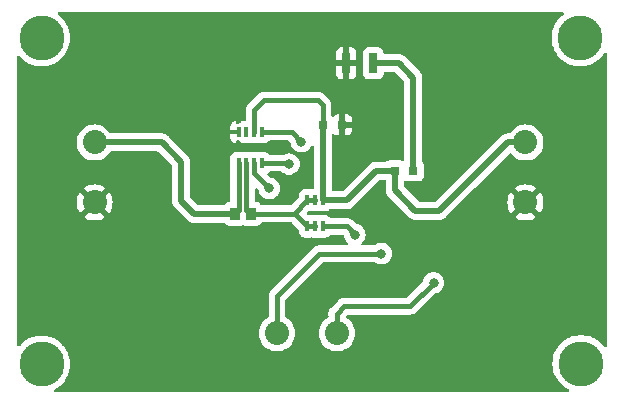
<source format=gbr>
%TF.GenerationSoftware,KiCad,Pcbnew,(6.0.10)*%
%TF.CreationDate,2023-02-03T17:51:54+05:30*%
%TF.ProjectId,protectionCkt,70726f74-6563-4746-996f-6e436b742e6b,rev?*%
%TF.SameCoordinates,Original*%
%TF.FileFunction,Copper,L1,Top*%
%TF.FilePolarity,Positive*%
%FSLAX46Y46*%
G04 Gerber Fmt 4.6, Leading zero omitted, Abs format (unit mm)*
G04 Created by KiCad (PCBNEW (6.0.10)) date 2023-02-03 17:51:54*
%MOMM*%
%LPD*%
G01*
G04 APERTURE LIST*
%TA.AperFunction,SMDPad,CuDef*%
%ADD10R,0.655600X0.800000*%
%TD*%
%TA.AperFunction,ComponentPad*%
%ADD11C,3.800000*%
%TD*%
%TA.AperFunction,ComponentPad*%
%ADD12C,2.032000*%
%TD*%
%TA.AperFunction,SMDPad,CuDef*%
%ADD13R,0.838200X1.016000*%
%TD*%
%TA.AperFunction,SMDPad,CuDef*%
%ADD14R,0.406400X0.876300*%
%TD*%
%TA.AperFunction,SMDPad,CuDef*%
%ADD15R,0.755599X0.799998*%
%TD*%
%TA.AperFunction,SMDPad,CuDef*%
%ADD16R,0.698500X1.701800*%
%TD*%
%TA.AperFunction,SMDPad,CuDef*%
%ADD17R,0.355600X0.876300*%
%TD*%
%TA.AperFunction,ViaPad*%
%ADD18C,0.800000*%
%TD*%
%TA.AperFunction,Conductor*%
%ADD19C,0.500000*%
%TD*%
%TA.AperFunction,Conductor*%
%ADD20C,0.400000*%
%TD*%
G04 APERTURE END LIST*
D10*
%TO.P,C1,1,1*%
%TO.N,GND*%
X139765800Y-83566000D03*
%TO.P,C1,2,2*%
%TO.N,Net-(C1-Pad2)*%
X138110200Y-83566000D03*
%TD*%
D11*
%TO.P,REF\u002A\u002A,1*%
%TO.N,N/C*%
X114300000Y-76200000D03*
%TD*%
D12*
%TO.P,U1,1,1*%
%TO.N,VCC*%
X118795800Y-85064600D03*
%TO.P,U1,2,2*%
%TO.N,GND*%
X118795800Y-90144600D03*
%TD*%
%TO.P,U2,1,1*%
%TO.N,Net-(U2-Pad1)*%
X134239000Y-101219000D03*
%TO.P,U2,2,2*%
%TO.N,Net-(U4-Pad1)*%
X139319000Y-101219000D03*
%TD*%
D13*
%TO.P,R1,1*%
%TO.N,VCC*%
X130670300Y-91109800D03*
%TO.P,R1,2*%
%TO.N,Net-(R1-Pad2)*%
X132016500Y-91109800D03*
%TD*%
D14*
%TO.P,U4,1,\u002AON*%
%TO.N,Net-(U4-Pad1)*%
X132953399Y-84181950D03*
%TO.P,U4,2,OUT*%
%TO.N,Net-(C1-Pad2)*%
X132303401Y-84181950D03*
%TO.P,U4,3,GATEP*%
%TO.N,unconnected-(U4-Pad3)*%
X131653399Y-84181950D03*
%TO.P,U4,4,GND*%
%TO.N,GND*%
X131003401Y-84181950D03*
%TO.P,U4,5,IN*%
%TO.N,VCC*%
X131003401Y-86810850D03*
%TO.P,U4,6,SENSE*%
%TO.N,Net-(R1-Pad2)*%
X131653399Y-86810850D03*
%TO.P,U4,7,GATE*%
%TO.N,Net-(U3-Pad3)*%
X132303401Y-86810850D03*
%TO.P,U4,8,\u002APWRGD*%
%TO.N,Net-(U2-Pad1)*%
X132953399Y-86810850D03*
%TD*%
D11*
%TO.P,REF\u002A\u002A,1*%
%TO.N,N/C*%
X159969200Y-103784400D03*
%TD*%
D15*
%TO.P,R2,1,1*%
%TO.N,Net-(C1-Pad2)*%
X144221200Y-87452200D03*
%TO.P,R2,2,2*%
%TO.N,Net-(LED1-Pad2)*%
X145776798Y-87452200D03*
%TD*%
D16*
%TO.P,LED1,1,1*%
%TO.N,GND*%
X140100050Y-78359000D03*
%TO.P,LED1,2,2*%
%TO.N,Net-(LED1-Pad2)*%
X142398750Y-78359000D03*
%TD*%
D12*
%TO.P,U5,1,1*%
%TO.N,Net-(C1-Pad2)*%
X155270200Y-85064600D03*
%TO.P,U5,2,2*%
%TO.N,GND*%
X155270200Y-90144600D03*
%TD*%
D11*
%TO.P,REF\u002A\u002A,1*%
%TO.N,N/C*%
X114300000Y-103835200D03*
%TD*%
%TO.P,REF\u002A\u002A,1*%
%TO.N,N/C*%
X159893000Y-76200000D03*
%TD*%
D17*
%TO.P,U3,1,D*%
%TO.N,Net-(R1-Pad2)*%
X136814801Y-92170250D03*
%TO.P,U3,2,D*%
X137464800Y-92170250D03*
%TO.P,U3,3,G*%
%TO.N,Net-(U3-Pad3)*%
X138114799Y-92170250D03*
%TO.P,U3,4,S*%
%TO.N,Net-(C1-Pad2)*%
X138114799Y-89947750D03*
%TO.P,U3,5,D*%
%TO.N,Net-(R1-Pad2)*%
X137464800Y-89947750D03*
%TO.P,U3,6,D*%
X136814801Y-89947750D03*
%TD*%
D18*
%TO.N,Net-(U2-Pad1)*%
X143078200Y-94488000D03*
X135255000Y-86893400D03*
%TO.N,Net-(U4-Pad1)*%
X147497800Y-96951800D03*
X136296400Y-84988400D03*
%TO.N,Net-(U3-Pad3)*%
X133578600Y-88950800D03*
X140817600Y-92862400D03*
%TD*%
D19*
%TO.N,Net-(C1-Pad2)*%
X147980400Y-90855800D02*
X153771600Y-85064600D01*
X138114799Y-83570599D02*
X138110200Y-83566000D01*
X144221200Y-87452200D02*
X144221200Y-89128600D01*
X145948400Y-90855800D02*
X147980400Y-90855800D01*
D20*
X133146800Y-81483200D02*
X137668000Y-81483200D01*
X138110200Y-81925400D02*
X138110200Y-83566000D01*
X132303401Y-82326599D02*
X133146800Y-81483200D01*
D19*
X153771600Y-85064600D02*
X155270200Y-85064600D01*
X138114799Y-89947750D02*
X138114799Y-83570599D01*
X142646400Y-87452200D02*
X140150850Y-89947750D01*
X140150850Y-89947750D02*
X138114799Y-89947750D01*
X144221200Y-89128600D02*
X145948400Y-90855800D01*
D20*
X132303401Y-84181950D02*
X132303401Y-82326599D01*
X137668000Y-81483200D02*
X138110200Y-81925400D01*
D19*
X144221200Y-87452200D02*
X142646400Y-87452200D01*
%TO.N,Net-(LED1-Pad2)*%
X145776798Y-79584398D02*
X145776798Y-87452200D01*
X144551400Y-78359000D02*
X145776798Y-79584398D01*
X142398750Y-78359000D02*
X144551400Y-78359000D01*
%TO.N,VCC*%
X126111000Y-86690200D02*
X126111000Y-90017600D01*
X127203200Y-91109800D02*
X130670300Y-91109800D01*
X118795800Y-85064600D02*
X124485400Y-85064600D01*
X124485400Y-85064600D02*
X126111000Y-86690200D01*
D20*
X131003401Y-90776699D02*
X130670300Y-91109800D01*
D19*
X126111000Y-90017600D02*
X127203200Y-91109800D01*
D20*
X131003401Y-86810850D02*
X131003401Y-90776699D01*
%TO.N,Net-(R1-Pad2)*%
X131653399Y-90746699D02*
X132016500Y-91109800D01*
X137464800Y-89947750D02*
X136814801Y-89947750D01*
X135652751Y-91109800D02*
X135754351Y-91109800D01*
X135754351Y-91109800D02*
X136814801Y-92170250D01*
X136814801Y-92170250D02*
X137464800Y-92170250D01*
X135652751Y-91109800D02*
X136814801Y-89947750D01*
X131653399Y-86810850D02*
X131653399Y-90746699D01*
X132016500Y-91109800D02*
X135652751Y-91109800D01*
%TO.N,Net-(U2-Pad1)*%
X134239000Y-98069400D02*
X134239000Y-101219000D01*
X143078200Y-94488000D02*
X137820400Y-94488000D01*
X132953399Y-86810850D02*
X135172450Y-86810850D01*
X135172450Y-86810850D02*
X135255000Y-86893400D01*
X137820400Y-94488000D02*
X134239000Y-98069400D01*
%TO.N,Net-(U4-Pad1)*%
X135489950Y-84181950D02*
X136296400Y-84988400D01*
X139319000Y-99593400D02*
X139319000Y-101219000D01*
X147497800Y-96951800D02*
X145516600Y-98933000D01*
X132953399Y-84181950D02*
X135489950Y-84181950D01*
X145516600Y-98933000D02*
X139928600Y-98933000D01*
X139928600Y-98933000D02*
X139293600Y-99568000D01*
X139293600Y-99568000D02*
X139319000Y-99593400D01*
%TO.N,Net-(U3-Pad3)*%
X138114799Y-92170250D02*
X140125450Y-92170250D01*
X140125450Y-92170250D02*
X140817600Y-92862400D01*
X132303401Y-87675601D02*
X132303401Y-86810850D01*
X133578600Y-88950800D02*
X132303401Y-87675601D01*
%TD*%
%TA.AperFunction,Conductor*%
%TO.N,GND*%
G36*
X158481629Y-74036102D02*
G01*
X158528122Y-74089758D01*
X158538226Y-74160032D01*
X158508732Y-74224612D01*
X158487569Y-74244036D01*
X158354729Y-74340550D01*
X158133808Y-74548008D01*
X157940630Y-74781520D01*
X157778242Y-75037402D01*
X157649206Y-75311619D01*
X157555555Y-75599846D01*
X157498767Y-75897538D01*
X157479738Y-76200000D01*
X157498767Y-76502462D01*
X157555555Y-76800154D01*
X157649206Y-77088381D01*
X157650893Y-77091967D01*
X157650895Y-77091971D01*
X157703864Y-77204536D01*
X157778242Y-77362598D01*
X157780366Y-77365944D01*
X157780366Y-77365945D01*
X157828628Y-77441994D01*
X157940630Y-77618480D01*
X157943149Y-77621525D01*
X157943152Y-77621529D01*
X157958472Y-77640047D01*
X158133808Y-77851992D01*
X158354729Y-78059450D01*
X158599910Y-78237584D01*
X158865483Y-78383585D01*
X158869152Y-78385038D01*
X158869157Y-78385040D01*
X159143591Y-78493696D01*
X159147261Y-78495149D01*
X159440800Y-78570516D01*
X159741470Y-78608500D01*
X160044530Y-78608500D01*
X160345200Y-78570516D01*
X160638739Y-78495149D01*
X160642409Y-78493696D01*
X160916843Y-78385040D01*
X160916848Y-78385038D01*
X160920517Y-78383585D01*
X161186090Y-78237584D01*
X161431271Y-78059450D01*
X161652192Y-77851992D01*
X161827528Y-77640047D01*
X161842848Y-77621529D01*
X161842851Y-77621525D01*
X161845370Y-77618480D01*
X161900835Y-77531082D01*
X161920715Y-77499756D01*
X161974104Y-77452957D01*
X162044319Y-77442452D01*
X162109067Y-77471576D01*
X162147791Y-77531082D01*
X162153100Y-77567270D01*
X162153100Y-102297229D01*
X162133098Y-102365350D01*
X162079442Y-102411843D01*
X162009168Y-102421947D01*
X161944588Y-102392453D01*
X161925162Y-102371288D01*
X161923692Y-102369264D01*
X161921570Y-102365920D01*
X161728392Y-102132408D01*
X161507471Y-101924950D01*
X161497179Y-101917472D01*
X161332210Y-101797616D01*
X161262290Y-101746816D01*
X161089122Y-101651615D01*
X161000186Y-101602722D01*
X161000185Y-101602721D01*
X160996717Y-101600815D01*
X160993048Y-101599362D01*
X160993043Y-101599360D01*
X160718609Y-101490704D01*
X160718608Y-101490704D01*
X160714939Y-101489251D01*
X160421400Y-101413884D01*
X160120730Y-101375900D01*
X159817670Y-101375900D01*
X159517000Y-101413884D01*
X159223461Y-101489251D01*
X159219792Y-101490704D01*
X159219791Y-101490704D01*
X158945357Y-101599360D01*
X158945352Y-101599362D01*
X158941683Y-101600815D01*
X158938215Y-101602721D01*
X158938214Y-101602722D01*
X158849279Y-101651615D01*
X158676110Y-101746816D01*
X158606190Y-101797616D01*
X158441222Y-101917472D01*
X158430929Y-101924950D01*
X158210008Y-102132408D01*
X158016830Y-102365920D01*
X157854442Y-102621802D01*
X157725406Y-102896019D01*
X157631755Y-103184246D01*
X157574967Y-103481938D01*
X157555938Y-103784400D01*
X157574967Y-104086862D01*
X157631755Y-104384554D01*
X157725406Y-104672781D01*
X157727093Y-104676367D01*
X157727095Y-104676371D01*
X157751000Y-104727171D01*
X157854442Y-104946998D01*
X158016830Y-105202880D01*
X158210008Y-105436392D01*
X158430929Y-105643850D01*
X158676110Y-105821984D01*
X158679579Y-105823891D01*
X158679582Y-105823893D01*
X158928042Y-105960486D01*
X158978101Y-106010831D01*
X158992994Y-106080248D01*
X158967993Y-106146697D01*
X158911036Y-106189081D01*
X158867341Y-106196900D01*
X115494263Y-106196900D01*
X115426142Y-106176898D01*
X115379649Y-106123242D01*
X115369545Y-106052968D01*
X115399039Y-105988388D01*
X115433562Y-105960486D01*
X115589618Y-105874693D01*
X115589621Y-105874691D01*
X115593090Y-105872784D01*
X115838271Y-105694650D01*
X116059192Y-105487192D01*
X116193930Y-105324321D01*
X116249848Y-105256729D01*
X116249851Y-105256725D01*
X116252370Y-105253680D01*
X116414758Y-104997798D01*
X116543794Y-104723581D01*
X116637445Y-104435354D01*
X116694233Y-104137662D01*
X116713262Y-103835200D01*
X116694233Y-103532738D01*
X116637445Y-103235046D01*
X116543794Y-102946819D01*
X116519890Y-102896019D01*
X116450338Y-102748214D01*
X116414758Y-102672602D01*
X116252370Y-102416720D01*
X116248336Y-102411843D01*
X116153518Y-102297229D01*
X116059192Y-102183208D01*
X115838271Y-101975750D01*
X115593090Y-101797616D01*
X115497214Y-101744907D01*
X115330986Y-101653522D01*
X115330985Y-101653521D01*
X115327517Y-101651615D01*
X115323848Y-101650162D01*
X115323843Y-101650160D01*
X115049409Y-101541504D01*
X115049408Y-101541504D01*
X115045739Y-101540051D01*
X114752200Y-101464684D01*
X114451530Y-101426700D01*
X114148470Y-101426700D01*
X113847800Y-101464684D01*
X113554261Y-101540051D01*
X113550592Y-101541504D01*
X113550591Y-101541504D01*
X113276157Y-101650160D01*
X113276152Y-101650162D01*
X113272483Y-101651615D01*
X113269015Y-101653521D01*
X113269014Y-101653522D01*
X113102787Y-101744907D01*
X113006910Y-101797616D01*
X112761729Y-101975750D01*
X112540808Y-102183208D01*
X112538284Y-102186259D01*
X112466185Y-102273412D01*
X112407351Y-102313151D01*
X112336373Y-102314773D01*
X112275786Y-102277764D01*
X112244825Y-102213873D01*
X112243100Y-102193097D01*
X112243100Y-91388906D01*
X117916324Y-91388906D01*
X117922051Y-91396556D01*
X118097559Y-91504107D01*
X118106353Y-91508588D01*
X118318829Y-91596598D01*
X118328214Y-91599647D01*
X118551844Y-91653337D01*
X118561591Y-91654880D01*
X118790870Y-91672925D01*
X118800730Y-91672925D01*
X119030009Y-91654880D01*
X119039756Y-91653337D01*
X119263386Y-91599647D01*
X119272771Y-91596598D01*
X119485247Y-91508588D01*
X119494041Y-91504107D01*
X119665883Y-91398803D01*
X119675343Y-91388347D01*
X119671559Y-91379569D01*
X118808612Y-90516622D01*
X118794668Y-90509008D01*
X118792835Y-90509139D01*
X118786220Y-90513390D01*
X117923084Y-91376526D01*
X117916324Y-91388906D01*
X112243100Y-91388906D01*
X112243100Y-90149530D01*
X117267475Y-90149530D01*
X117285520Y-90378809D01*
X117287063Y-90388556D01*
X117340753Y-90612186D01*
X117343802Y-90621571D01*
X117431812Y-90834047D01*
X117436293Y-90842841D01*
X117541597Y-91014683D01*
X117552053Y-91024143D01*
X117560831Y-91020359D01*
X118423778Y-90157412D01*
X118430156Y-90145732D01*
X119160208Y-90145732D01*
X119160339Y-90147565D01*
X119164590Y-90154180D01*
X120027726Y-91017316D01*
X120040106Y-91024076D01*
X120047756Y-91018349D01*
X120155307Y-90842841D01*
X120159788Y-90834047D01*
X120247798Y-90621571D01*
X120250847Y-90612186D01*
X120304537Y-90388556D01*
X120306080Y-90378809D01*
X120324125Y-90149530D01*
X120324125Y-90139670D01*
X120306080Y-89910391D01*
X120304537Y-89900644D01*
X120250847Y-89677014D01*
X120247798Y-89667629D01*
X120159788Y-89455153D01*
X120155307Y-89446359D01*
X120050003Y-89274517D01*
X120039547Y-89265057D01*
X120030769Y-89268841D01*
X119167822Y-90131788D01*
X119160208Y-90145732D01*
X118430156Y-90145732D01*
X118431392Y-90143468D01*
X118431261Y-90141635D01*
X118427010Y-90135020D01*
X117563874Y-89271884D01*
X117551494Y-89265124D01*
X117543844Y-89270851D01*
X117436293Y-89446359D01*
X117431812Y-89455153D01*
X117343802Y-89667629D01*
X117340753Y-89677014D01*
X117287063Y-89900644D01*
X117285520Y-89910391D01*
X117267475Y-90139670D01*
X117267475Y-90149530D01*
X112243100Y-90149530D01*
X112243100Y-88900853D01*
X117916257Y-88900853D01*
X117920041Y-88909631D01*
X118782988Y-89772578D01*
X118796932Y-89780192D01*
X118798765Y-89780061D01*
X118805380Y-89775810D01*
X119668516Y-88912674D01*
X119675276Y-88900294D01*
X119669549Y-88892644D01*
X119494041Y-88785093D01*
X119485247Y-88780612D01*
X119272771Y-88692602D01*
X119263386Y-88689553D01*
X119039756Y-88635863D01*
X119030009Y-88634320D01*
X118800730Y-88616275D01*
X118790870Y-88616275D01*
X118561591Y-88634320D01*
X118551844Y-88635863D01*
X118328214Y-88689553D01*
X118318829Y-88692602D01*
X118106353Y-88780612D01*
X118097559Y-88785093D01*
X117925717Y-88890397D01*
X117916257Y-88900853D01*
X112243100Y-88900853D01*
X112243100Y-85064600D01*
X117266586Y-85064600D01*
X117285413Y-85303822D01*
X117286567Y-85308629D01*
X117286568Y-85308635D01*
X117308174Y-85398627D01*
X117341431Y-85537153D01*
X117343324Y-85541724D01*
X117343325Y-85541726D01*
X117396934Y-85671149D01*
X117433260Y-85758849D01*
X117558640Y-85963449D01*
X117561857Y-85967216D01*
X117561858Y-85967217D01*
X117667968Y-86091457D01*
X117714482Y-86145918D01*
X117718244Y-86149131D01*
X117875595Y-86283520D01*
X117896951Y-86301760D01*
X118101551Y-86427140D01*
X118106121Y-86429033D01*
X118106123Y-86429034D01*
X118316371Y-86516121D01*
X118323247Y-86518969D01*
X118404837Y-86538557D01*
X118551765Y-86573832D01*
X118551771Y-86573833D01*
X118556578Y-86574987D01*
X118795800Y-86593814D01*
X119035022Y-86574987D01*
X119039829Y-86573833D01*
X119039835Y-86573832D01*
X119186763Y-86538557D01*
X119268353Y-86518969D01*
X119275229Y-86516121D01*
X119485477Y-86429034D01*
X119485479Y-86429033D01*
X119490049Y-86427140D01*
X119694649Y-86301760D01*
X119716006Y-86283520D01*
X119873356Y-86149131D01*
X119877118Y-86145918D01*
X119923632Y-86091457D01*
X120029742Y-85967217D01*
X120029743Y-85967216D01*
X120032960Y-85963449D01*
X120082099Y-85883262D01*
X120134744Y-85835634D01*
X120189529Y-85823100D01*
X124119029Y-85823100D01*
X124187150Y-85843102D01*
X124208124Y-85860005D01*
X125315595Y-86967476D01*
X125349621Y-87029788D01*
X125352500Y-87056571D01*
X125352500Y-89950530D01*
X125351067Y-89969480D01*
X125347801Y-89990949D01*
X125348394Y-89998241D01*
X125348394Y-89998244D01*
X125352085Y-90043618D01*
X125352500Y-90053833D01*
X125352500Y-90061893D01*
X125352925Y-90065537D01*
X125355789Y-90090107D01*
X125356222Y-90094482D01*
X125361341Y-90157412D01*
X125362140Y-90167237D01*
X125364396Y-90174201D01*
X125365587Y-90180160D01*
X125366971Y-90186015D01*
X125367818Y-90193281D01*
X125392735Y-90261927D01*
X125394152Y-90266055D01*
X125416649Y-90335499D01*
X125420445Y-90341754D01*
X125422951Y-90347228D01*
X125425670Y-90352658D01*
X125428167Y-90359537D01*
X125432180Y-90365657D01*
X125432180Y-90365658D01*
X125468186Y-90420576D01*
X125470523Y-90424280D01*
X125508405Y-90486707D01*
X125512121Y-90490915D01*
X125512122Y-90490916D01*
X125515803Y-90495084D01*
X125515776Y-90495108D01*
X125518429Y-90498100D01*
X125521132Y-90501333D01*
X125525144Y-90507452D01*
X125530456Y-90512484D01*
X125581383Y-90560728D01*
X125583825Y-90563106D01*
X126619430Y-91598711D01*
X126631816Y-91613123D01*
X126640349Y-91624718D01*
X126640354Y-91624723D01*
X126644692Y-91630618D01*
X126650270Y-91635357D01*
X126650273Y-91635360D01*
X126684968Y-91664835D01*
X126692484Y-91671765D01*
X126698179Y-91677460D01*
X126701061Y-91679740D01*
X126720451Y-91695081D01*
X126723855Y-91697872D01*
X126773903Y-91740391D01*
X126779485Y-91745133D01*
X126786001Y-91748461D01*
X126791050Y-91751828D01*
X126796179Y-91754995D01*
X126801916Y-91759534D01*
X126868075Y-91790455D01*
X126871969Y-91792358D01*
X126937008Y-91825569D01*
X126944116Y-91827308D01*
X126949759Y-91829407D01*
X126955522Y-91831324D01*
X126962150Y-91834422D01*
X126969312Y-91835912D01*
X126969313Y-91835912D01*
X127033612Y-91849286D01*
X127037896Y-91850256D01*
X127108810Y-91867608D01*
X127114412Y-91867956D01*
X127114415Y-91867956D01*
X127119964Y-91868300D01*
X127119962Y-91868336D01*
X127123955Y-91868575D01*
X127128147Y-91868949D01*
X127135315Y-91870440D01*
X127212720Y-91868346D01*
X127216128Y-91868300D01*
X129740402Y-91868300D01*
X129808523Y-91888302D01*
X129841228Y-91918735D01*
X129887939Y-91981061D01*
X130004495Y-92068415D01*
X130140884Y-92119545D01*
X130203066Y-92126300D01*
X131137534Y-92126300D01*
X131199716Y-92119545D01*
X131299171Y-92082261D01*
X131369977Y-92077078D01*
X131387626Y-92082260D01*
X131487084Y-92119545D01*
X131549266Y-92126300D01*
X132483734Y-92126300D01*
X132545916Y-92119545D01*
X132682305Y-92068415D01*
X132798861Y-91981061D01*
X132881767Y-91870440D01*
X132883045Y-91868735D01*
X132939904Y-91826220D01*
X132983871Y-91818300D01*
X135408691Y-91818300D01*
X135476812Y-91838302D01*
X135497786Y-91855205D01*
X136091596Y-92449015D01*
X136125622Y-92511327D01*
X136128501Y-92538110D01*
X136128501Y-92656534D01*
X136135256Y-92718716D01*
X136186386Y-92855105D01*
X136273740Y-92971661D01*
X136390296Y-93059015D01*
X136526685Y-93110145D01*
X136588867Y-93116900D01*
X137040735Y-93116900D01*
X137102917Y-93110145D01*
X137110315Y-93107371D01*
X137110654Y-93107291D01*
X137168945Y-93107291D01*
X137169290Y-93107373D01*
X137176684Y-93110145D01*
X137238866Y-93116900D01*
X137690734Y-93116900D01*
X137752916Y-93110145D01*
X137760314Y-93107371D01*
X137760653Y-93107291D01*
X137818944Y-93107291D01*
X137819289Y-93107373D01*
X137826683Y-93110145D01*
X137888865Y-93116900D01*
X138340733Y-93116900D01*
X138402915Y-93110145D01*
X138539304Y-93059015D01*
X138655860Y-92971661D01*
X138687694Y-92929185D01*
X138744553Y-92886670D01*
X138788520Y-92878750D01*
X139779790Y-92878750D01*
X139847911Y-92898752D01*
X139868885Y-92915655D01*
X139882935Y-92929705D01*
X139916961Y-92992017D01*
X139919150Y-93005628D01*
X139924058Y-93052328D01*
X139983073Y-93233956D01*
X140078560Y-93399344D01*
X140206347Y-93541266D01*
X140211689Y-93545147D01*
X140211691Y-93545149D01*
X140220521Y-93551564D01*
X140263875Y-93607786D01*
X140269950Y-93678522D01*
X140236819Y-93741314D01*
X140174999Y-93776225D01*
X140146460Y-93779500D01*
X137849311Y-93779500D01*
X137840742Y-93779208D01*
X137790623Y-93775791D01*
X137790619Y-93775791D01*
X137783047Y-93775275D01*
X137720085Y-93786264D01*
X137713595Y-93787221D01*
X137650158Y-93794898D01*
X137643049Y-93797584D01*
X137640478Y-93798216D01*
X137624172Y-93802676D01*
X137621604Y-93803451D01*
X137614116Y-93804758D01*
X137579122Y-93820119D01*
X137555612Y-93830439D01*
X137549505Y-93832931D01*
X137496852Y-93852827D01*
X137489744Y-93855513D01*
X137483483Y-93859816D01*
X137481117Y-93861053D01*
X137466337Y-93869280D01*
X137464052Y-93870631D01*
X137457095Y-93873685D01*
X137451075Y-93878305D01*
X137451069Y-93878308D01*
X137419942Y-93902194D01*
X137406398Y-93912587D01*
X137401068Y-93916459D01*
X137354680Y-93948339D01*
X137354675Y-93948344D01*
X137348419Y-93952643D01*
X137343368Y-93958313D01*
X137343366Y-93958314D01*
X137306965Y-93999170D01*
X137301984Y-94004446D01*
X133758480Y-97547950D01*
X133752215Y-97553804D01*
X133708615Y-97591839D01*
X133681327Y-97630666D01*
X133671872Y-97644119D01*
X133667939Y-97649414D01*
X133628524Y-97699682D01*
X133625401Y-97706598D01*
X133624017Y-97708884D01*
X133615643Y-97723565D01*
X133614378Y-97725925D01*
X133610010Y-97732139D01*
X133607250Y-97739218D01*
X133607249Y-97739220D01*
X133586798Y-97791675D01*
X133584247Y-97797744D01*
X133557955Y-97855973D01*
X133556571Y-97863440D01*
X133555770Y-97865995D01*
X133551141Y-97882248D01*
X133550478Y-97884828D01*
X133547718Y-97891909D01*
X133546727Y-97899440D01*
X133546726Y-97899442D01*
X133539379Y-97955252D01*
X133538348Y-97961759D01*
X133526704Y-98024586D01*
X133527141Y-98032166D01*
X133527141Y-98032167D01*
X133530291Y-98086792D01*
X133530500Y-98094046D01*
X133530500Y-99794630D01*
X133510498Y-99862751D01*
X133470336Y-99902062D01*
X133340151Y-99981840D01*
X133157682Y-100137682D01*
X133001840Y-100320151D01*
X132876460Y-100524751D01*
X132784631Y-100746447D01*
X132783476Y-100751259D01*
X132729768Y-100974965D01*
X132729767Y-100974971D01*
X132728613Y-100979778D01*
X132709786Y-101219000D01*
X132728613Y-101458222D01*
X132729767Y-101463029D01*
X132729768Y-101463035D01*
X132736062Y-101489251D01*
X132784631Y-101691553D01*
X132786524Y-101696124D01*
X132786525Y-101696126D01*
X132807522Y-101746816D01*
X132876460Y-101913249D01*
X133001840Y-102117849D01*
X133157682Y-102300318D01*
X133161444Y-102303531D01*
X133230915Y-102362864D01*
X133340151Y-102456160D01*
X133544751Y-102581540D01*
X133549321Y-102583433D01*
X133549323Y-102583434D01*
X133761874Y-102671475D01*
X133766447Y-102673369D01*
X133848037Y-102692957D01*
X133994965Y-102728232D01*
X133994971Y-102728233D01*
X133999778Y-102729387D01*
X134239000Y-102748214D01*
X134478222Y-102729387D01*
X134483029Y-102728233D01*
X134483035Y-102728232D01*
X134629963Y-102692957D01*
X134711553Y-102673369D01*
X134716126Y-102671475D01*
X134928677Y-102583434D01*
X134928679Y-102583433D01*
X134933249Y-102581540D01*
X135137849Y-102456160D01*
X135247086Y-102362864D01*
X135316556Y-102303531D01*
X135320318Y-102300318D01*
X135476160Y-102117849D01*
X135601540Y-101913249D01*
X135670479Y-101746816D01*
X135691475Y-101696126D01*
X135691476Y-101696124D01*
X135693369Y-101691553D01*
X135741938Y-101489251D01*
X135748232Y-101463035D01*
X135748233Y-101463029D01*
X135749387Y-101458222D01*
X135768214Y-101219000D01*
X137789786Y-101219000D01*
X137808613Y-101458222D01*
X137809767Y-101463029D01*
X137809768Y-101463035D01*
X137816062Y-101489251D01*
X137864631Y-101691553D01*
X137866524Y-101696124D01*
X137866525Y-101696126D01*
X137887522Y-101746816D01*
X137956460Y-101913249D01*
X138081840Y-102117849D01*
X138237682Y-102300318D01*
X138241444Y-102303531D01*
X138310915Y-102362864D01*
X138420151Y-102456160D01*
X138624751Y-102581540D01*
X138629321Y-102583433D01*
X138629323Y-102583434D01*
X138841874Y-102671475D01*
X138846447Y-102673369D01*
X138928037Y-102692957D01*
X139074965Y-102728232D01*
X139074971Y-102728233D01*
X139079778Y-102729387D01*
X139319000Y-102748214D01*
X139558222Y-102729387D01*
X139563029Y-102728233D01*
X139563035Y-102728232D01*
X139709963Y-102692957D01*
X139791553Y-102673369D01*
X139796126Y-102671475D01*
X140008677Y-102583434D01*
X140008679Y-102583433D01*
X140013249Y-102581540D01*
X140217849Y-102456160D01*
X140327086Y-102362864D01*
X140396556Y-102303531D01*
X140400318Y-102300318D01*
X140556160Y-102117849D01*
X140681540Y-101913249D01*
X140750479Y-101746816D01*
X140771475Y-101696126D01*
X140771476Y-101696124D01*
X140773369Y-101691553D01*
X140821938Y-101489251D01*
X140828232Y-101463035D01*
X140828233Y-101463029D01*
X140829387Y-101458222D01*
X140848214Y-101219000D01*
X140829387Y-100979778D01*
X140828233Y-100974971D01*
X140828232Y-100974965D01*
X140774524Y-100751259D01*
X140773369Y-100746447D01*
X140681540Y-100524751D01*
X140556160Y-100320151D01*
X140400318Y-100137682D01*
X140217849Y-99981840D01*
X140145717Y-99937637D01*
X140098087Y-99884990D01*
X140086481Y-99814949D01*
X140114585Y-99749751D01*
X140122459Y-99741111D01*
X140185165Y-99678405D01*
X140247477Y-99644379D01*
X140274260Y-99641500D01*
X145487688Y-99641500D01*
X145496258Y-99641792D01*
X145546376Y-99645209D01*
X145546380Y-99645209D01*
X145553952Y-99645725D01*
X145561429Y-99644420D01*
X145561430Y-99644420D01*
X145587908Y-99639799D01*
X145616903Y-99634738D01*
X145623421Y-99633777D01*
X145686842Y-99626102D01*
X145693943Y-99623419D01*
X145696552Y-99622778D01*
X145712862Y-99618315D01*
X145715398Y-99617550D01*
X145722884Y-99616243D01*
X145781400Y-99590556D01*
X145787504Y-99588065D01*
X145840148Y-99568173D01*
X145840149Y-99568172D01*
X145847256Y-99565487D01*
X145853519Y-99561183D01*
X145855885Y-99559946D01*
X145870697Y-99551701D01*
X145872951Y-99550368D01*
X145879905Y-99547315D01*
X145930602Y-99508413D01*
X145935932Y-99504541D01*
X145982320Y-99472661D01*
X145982325Y-99472656D01*
X145988581Y-99468357D01*
X146030036Y-99421829D01*
X146035016Y-99416554D01*
X147564333Y-97887237D01*
X147627231Y-97853085D01*
X147646223Y-97849048D01*
X147780088Y-97820594D01*
X147831379Y-97797758D01*
X147948522Y-97745603D01*
X147948524Y-97745602D01*
X147954552Y-97742918D01*
X148109053Y-97630666D01*
X148236840Y-97488744D01*
X148332327Y-97323356D01*
X148391342Y-97141728D01*
X148411304Y-96951800D01*
X148391342Y-96761872D01*
X148332327Y-96580244D01*
X148236840Y-96414856D01*
X148109053Y-96272934D01*
X147954552Y-96160682D01*
X147948524Y-96157998D01*
X147948522Y-96157997D01*
X147786119Y-96085691D01*
X147786118Y-96085691D01*
X147780088Y-96083006D01*
X147686687Y-96063153D01*
X147599744Y-96044672D01*
X147599739Y-96044672D01*
X147593287Y-96043300D01*
X147402313Y-96043300D01*
X147395861Y-96044672D01*
X147395856Y-96044672D01*
X147308912Y-96063153D01*
X147215512Y-96083006D01*
X147209482Y-96085691D01*
X147209481Y-96085691D01*
X147047078Y-96157997D01*
X147047076Y-96157998D01*
X147041048Y-96160682D01*
X146886547Y-96272934D01*
X146758760Y-96414856D01*
X146663273Y-96580244D01*
X146604258Y-96761872D01*
X146603568Y-96768435D01*
X146603568Y-96768437D01*
X146599350Y-96808570D01*
X146572337Y-96874227D01*
X146563135Y-96884495D01*
X145260035Y-98187595D01*
X145197723Y-98221621D01*
X145170940Y-98224500D01*
X139957527Y-98224500D01*
X139948958Y-98224208D01*
X139898825Y-98220790D01*
X139898821Y-98220790D01*
X139891248Y-98220274D01*
X139828281Y-98231264D01*
X139821769Y-98232224D01*
X139758358Y-98239898D01*
X139751257Y-98242581D01*
X139748648Y-98243222D01*
X139732328Y-98247687D01*
X139729795Y-98248452D01*
X139722317Y-98249757D01*
X139663790Y-98275448D01*
X139657708Y-98277930D01*
X139637353Y-98285622D01*
X139605049Y-98297828D01*
X139605047Y-98297829D01*
X139597944Y-98300513D01*
X139591685Y-98304814D01*
X139589320Y-98306051D01*
X139574548Y-98314273D01*
X139572256Y-98315628D01*
X139565295Y-98318684D01*
X139559268Y-98323309D01*
X139559264Y-98323311D01*
X139514587Y-98357593D01*
X139509262Y-98361462D01*
X139456619Y-98397643D01*
X139451567Y-98403313D01*
X139451566Y-98403314D01*
X139415180Y-98444153D01*
X139410200Y-98449429D01*
X138798947Y-99060683D01*
X138798479Y-99061149D01*
X138734275Y-99124684D01*
X138714615Y-99156766D01*
X138706338Y-99168676D01*
X138683124Y-99198282D01*
X138679998Y-99205205D01*
X138679997Y-99205207D01*
X138669448Y-99228570D01*
X138662045Y-99242552D01*
X138648647Y-99264415D01*
X138648644Y-99264421D01*
X138644675Y-99270898D01*
X138633233Y-99306751D01*
X138628038Y-99320281D01*
X138612555Y-99354573D01*
X138611171Y-99362043D01*
X138606498Y-99387255D01*
X138602644Y-99402600D01*
X138592538Y-99434265D01*
X138592021Y-99441842D01*
X138592021Y-99441844D01*
X138589979Y-99471797D01*
X138588161Y-99486187D01*
X138581304Y-99523186D01*
X138581741Y-99530766D01*
X138581741Y-99530767D01*
X138583218Y-99556377D01*
X138583135Y-99572197D01*
X138580875Y-99605352D01*
X138582180Y-99612828D01*
X138582180Y-99612833D01*
X138587343Y-99642415D01*
X138589010Y-99656823D01*
X138591176Y-99694385D01*
X138593410Y-99701646D01*
X138593410Y-99701647D01*
X138600948Y-99726149D01*
X138604642Y-99741537D01*
X138608624Y-99764355D01*
X138610500Y-99786016D01*
X138610500Y-99794630D01*
X138590498Y-99862751D01*
X138550336Y-99902062D01*
X138420151Y-99981840D01*
X138237682Y-100137682D01*
X138081840Y-100320151D01*
X137956460Y-100524751D01*
X137864631Y-100746447D01*
X137863476Y-100751259D01*
X137809768Y-100974965D01*
X137809767Y-100974971D01*
X137808613Y-100979778D01*
X137789786Y-101219000D01*
X135768214Y-101219000D01*
X135749387Y-100979778D01*
X135748233Y-100974971D01*
X135748232Y-100974965D01*
X135694524Y-100751259D01*
X135693369Y-100746447D01*
X135601540Y-100524751D01*
X135476160Y-100320151D01*
X135320318Y-100137682D01*
X135137849Y-99981840D01*
X135007664Y-99902062D01*
X134960033Y-99849414D01*
X134947500Y-99794630D01*
X134947500Y-98415060D01*
X134967502Y-98346939D01*
X134984405Y-98325965D01*
X138076966Y-95233405D01*
X138139278Y-95199379D01*
X138166061Y-95196500D01*
X142466795Y-95196500D01*
X142534916Y-95216502D01*
X142540856Y-95220564D01*
X142621448Y-95279118D01*
X142627476Y-95281802D01*
X142627478Y-95281803D01*
X142789881Y-95354109D01*
X142795912Y-95356794D01*
X142889313Y-95376647D01*
X142976256Y-95395128D01*
X142976261Y-95395128D01*
X142982713Y-95396500D01*
X143173687Y-95396500D01*
X143180139Y-95395128D01*
X143180144Y-95395128D01*
X143267087Y-95376647D01*
X143360488Y-95356794D01*
X143366519Y-95354109D01*
X143528922Y-95281803D01*
X143528924Y-95281802D01*
X143534952Y-95279118D01*
X143689453Y-95166866D01*
X143817240Y-95024944D01*
X143912727Y-94859556D01*
X143971742Y-94677928D01*
X143991704Y-94488000D01*
X143971742Y-94298072D01*
X143912727Y-94116444D01*
X143817240Y-93951056D01*
X143751738Y-93878308D01*
X143693875Y-93814045D01*
X143693874Y-93814044D01*
X143689453Y-93809134D01*
X143582178Y-93731194D01*
X143540294Y-93700763D01*
X143540293Y-93700762D01*
X143534952Y-93696882D01*
X143528924Y-93694198D01*
X143528922Y-93694197D01*
X143366519Y-93621891D01*
X143366518Y-93621891D01*
X143360488Y-93619206D01*
X143267087Y-93599353D01*
X143180144Y-93580872D01*
X143180139Y-93580872D01*
X143173687Y-93579500D01*
X142982713Y-93579500D01*
X142976261Y-93580872D01*
X142976256Y-93580872D01*
X142889313Y-93599353D01*
X142795912Y-93619206D01*
X142789882Y-93621891D01*
X142789881Y-93621891D01*
X142627478Y-93694197D01*
X142627476Y-93694198D01*
X142621448Y-93696882D01*
X142616107Y-93700762D01*
X142616106Y-93700763D01*
X142540856Y-93755436D01*
X142473989Y-93779294D01*
X142466795Y-93779500D01*
X141488740Y-93779500D01*
X141420619Y-93759498D01*
X141374126Y-93705842D01*
X141364022Y-93635568D01*
X141393516Y-93570988D01*
X141414679Y-93551564D01*
X141423509Y-93545149D01*
X141423511Y-93545147D01*
X141428853Y-93541266D01*
X141556640Y-93399344D01*
X141652127Y-93233956D01*
X141711142Y-93052328D01*
X141731104Y-92862400D01*
X141716780Y-92726115D01*
X141711832Y-92679035D01*
X141711832Y-92679033D01*
X141711142Y-92672472D01*
X141652127Y-92490844D01*
X141556640Y-92325456D01*
X141428853Y-92183534D01*
X141289463Y-92082261D01*
X141279694Y-92075163D01*
X141279693Y-92075162D01*
X141274352Y-92071282D01*
X141268324Y-92068598D01*
X141268322Y-92068597D01*
X141105919Y-91996291D01*
X141105918Y-91996291D01*
X141099888Y-91993606D01*
X140947031Y-91961115D01*
X140884133Y-91926963D01*
X140646900Y-91689730D01*
X140641046Y-91683465D01*
X140630839Y-91671765D01*
X140603011Y-91639865D01*
X140550730Y-91603121D01*
X140545436Y-91599189D01*
X140515102Y-91575404D01*
X140495168Y-91559774D01*
X140488252Y-91556651D01*
X140485966Y-91555267D01*
X140471285Y-91546893D01*
X140468925Y-91545628D01*
X140462711Y-91541260D01*
X140455632Y-91538500D01*
X140455630Y-91538499D01*
X140403175Y-91518048D01*
X140397106Y-91515497D01*
X140338877Y-91489205D01*
X140331410Y-91487821D01*
X140328855Y-91487020D01*
X140312602Y-91482391D01*
X140310022Y-91481728D01*
X140302941Y-91478968D01*
X140295410Y-91477977D01*
X140295408Y-91477976D01*
X140265789Y-91474077D01*
X140239589Y-91470628D01*
X140233091Y-91469598D01*
X140170264Y-91457954D01*
X140162684Y-91458391D01*
X140162683Y-91458391D01*
X140108058Y-91461541D01*
X140100804Y-91461750D01*
X138788520Y-91461750D01*
X138720399Y-91441748D01*
X138687694Y-91411315D01*
X138670480Y-91388347D01*
X138655860Y-91368839D01*
X138539304Y-91281485D01*
X138402915Y-91230355D01*
X138340733Y-91223600D01*
X137888865Y-91223600D01*
X137826683Y-91230355D01*
X137819289Y-91233127D01*
X137818944Y-91233209D01*
X137760653Y-91233209D01*
X137760314Y-91233129D01*
X137752916Y-91230355D01*
X137690734Y-91223600D01*
X137238866Y-91223600D01*
X137176684Y-91230355D01*
X137169290Y-91233127D01*
X137168945Y-91233209D01*
X137110654Y-91233209D01*
X137110315Y-91233129D01*
X137102917Y-91230355D01*
X137040735Y-91223600D01*
X136922311Y-91223600D01*
X136854190Y-91203598D01*
X136833216Y-91186695D01*
X136794616Y-91148095D01*
X136760590Y-91085783D01*
X136765655Y-91014968D01*
X136794616Y-90969905D01*
X136833216Y-90931305D01*
X136895528Y-90897279D01*
X136922311Y-90894400D01*
X137040735Y-90894400D01*
X137102917Y-90887645D01*
X137110315Y-90884871D01*
X137110654Y-90884791D01*
X137168945Y-90884791D01*
X137169290Y-90884873D01*
X137176684Y-90887645D01*
X137238866Y-90894400D01*
X137690734Y-90894400D01*
X137752916Y-90887645D01*
X137760314Y-90884871D01*
X137760653Y-90884791D01*
X137818944Y-90884791D01*
X137819289Y-90884873D01*
X137826683Y-90887645D01*
X137888865Y-90894400D01*
X138340733Y-90894400D01*
X138402915Y-90887645D01*
X138539304Y-90836515D01*
X138655860Y-90749161D01*
X138660565Y-90742883D01*
X138722379Y-90709129D01*
X138749162Y-90706250D01*
X140083780Y-90706250D01*
X140102730Y-90707683D01*
X140116965Y-90709849D01*
X140116969Y-90709849D01*
X140124199Y-90710949D01*
X140131491Y-90710356D01*
X140131494Y-90710356D01*
X140176868Y-90706665D01*
X140187083Y-90706250D01*
X140195143Y-90706250D01*
X140208433Y-90704701D01*
X140223357Y-90702961D01*
X140227732Y-90702528D01*
X140293189Y-90697204D01*
X140293192Y-90697203D01*
X140300487Y-90696610D01*
X140307451Y-90694354D01*
X140313410Y-90693163D01*
X140319265Y-90691779D01*
X140326531Y-90690932D01*
X140395177Y-90666015D01*
X140399305Y-90664598D01*
X140461786Y-90644357D01*
X140461788Y-90644356D01*
X140468749Y-90642101D01*
X140475004Y-90638305D01*
X140480478Y-90635799D01*
X140485908Y-90633080D01*
X140492787Y-90630583D01*
X140498908Y-90626570D01*
X140553826Y-90590564D01*
X140557530Y-90588227D01*
X140619957Y-90550345D01*
X140628334Y-90542947D01*
X140628358Y-90542974D01*
X140631350Y-90540321D01*
X140634583Y-90537618D01*
X140640702Y-90533606D01*
X140693978Y-90477367D01*
X140696356Y-90474925D01*
X142923676Y-88247605D01*
X142985988Y-88213579D01*
X143012771Y-88210700D01*
X143336700Y-88210700D01*
X143404821Y-88230702D01*
X143451314Y-88284358D01*
X143462700Y-88336700D01*
X143462700Y-89061530D01*
X143461267Y-89080480D01*
X143459206Y-89094030D01*
X143458001Y-89101949D01*
X143458594Y-89109241D01*
X143458594Y-89109244D01*
X143462285Y-89154618D01*
X143462700Y-89164833D01*
X143462700Y-89172893D01*
X143463125Y-89176537D01*
X143465989Y-89201107D01*
X143466422Y-89205482D01*
X143471576Y-89268841D01*
X143472340Y-89278237D01*
X143474596Y-89285201D01*
X143475787Y-89291160D01*
X143477171Y-89297015D01*
X143478018Y-89304281D01*
X143502935Y-89372927D01*
X143504352Y-89377055D01*
X143526849Y-89446499D01*
X143530645Y-89452754D01*
X143533151Y-89458228D01*
X143535870Y-89463658D01*
X143538367Y-89470537D01*
X143542380Y-89476657D01*
X143542380Y-89476658D01*
X143578386Y-89531576D01*
X143580723Y-89535280D01*
X143618605Y-89597707D01*
X143622321Y-89601915D01*
X143622322Y-89601916D01*
X143626003Y-89606084D01*
X143625976Y-89606108D01*
X143628629Y-89609100D01*
X143631332Y-89612333D01*
X143635344Y-89618452D01*
X143640656Y-89623484D01*
X143691583Y-89671728D01*
X143694025Y-89674106D01*
X145364630Y-91344711D01*
X145377016Y-91359123D01*
X145385549Y-91370718D01*
X145385554Y-91370723D01*
X145389892Y-91376618D01*
X145395470Y-91381357D01*
X145395473Y-91381360D01*
X145430168Y-91410835D01*
X145437684Y-91417765D01*
X145443380Y-91423461D01*
X145446241Y-91425724D01*
X145446246Y-91425729D01*
X145465666Y-91441093D01*
X145469067Y-91443882D01*
X145524685Y-91491133D01*
X145531198Y-91494459D01*
X145536237Y-91497820D01*
X145541379Y-91500996D01*
X145547116Y-91505534D01*
X145613275Y-91536455D01*
X145617169Y-91538358D01*
X145682208Y-91571569D01*
X145689317Y-91573308D01*
X145694951Y-91575404D01*
X145700721Y-91577323D01*
X145707350Y-91580422D01*
X145714513Y-91581912D01*
X145714516Y-91581913D01*
X145765230Y-91592461D01*
X145778835Y-91595291D01*
X145783101Y-91596257D01*
X145854010Y-91613608D01*
X145859612Y-91613956D01*
X145859615Y-91613956D01*
X145865164Y-91614300D01*
X145865162Y-91614335D01*
X145869134Y-91614575D01*
X145873355Y-91614952D01*
X145880515Y-91616441D01*
X145957942Y-91614346D01*
X145961350Y-91614300D01*
X147913330Y-91614300D01*
X147932280Y-91615733D01*
X147946515Y-91617899D01*
X147946519Y-91617899D01*
X147953749Y-91618999D01*
X147961041Y-91618406D01*
X147961044Y-91618406D01*
X148006418Y-91614715D01*
X148016633Y-91614300D01*
X148024693Y-91614300D01*
X148042080Y-91612273D01*
X148052907Y-91611011D01*
X148057282Y-91610578D01*
X148122739Y-91605254D01*
X148122742Y-91605253D01*
X148130037Y-91604660D01*
X148137001Y-91602404D01*
X148142960Y-91601213D01*
X148148815Y-91599829D01*
X148156081Y-91598982D01*
X148224727Y-91574065D01*
X148228855Y-91572648D01*
X148291336Y-91552407D01*
X148291338Y-91552406D01*
X148298299Y-91550151D01*
X148304554Y-91546355D01*
X148310028Y-91543849D01*
X148315458Y-91541130D01*
X148322337Y-91538633D01*
X148357634Y-91515491D01*
X148383376Y-91498614D01*
X148387080Y-91496277D01*
X148449507Y-91458395D01*
X148457884Y-91450997D01*
X148457908Y-91451024D01*
X148460900Y-91448371D01*
X148464133Y-91445668D01*
X148470252Y-91441656D01*
X148520223Y-91388906D01*
X154390724Y-91388906D01*
X154396451Y-91396556D01*
X154571959Y-91504107D01*
X154580753Y-91508588D01*
X154793229Y-91596598D01*
X154802614Y-91599647D01*
X155026244Y-91653337D01*
X155035991Y-91654880D01*
X155265270Y-91672925D01*
X155275130Y-91672925D01*
X155504409Y-91654880D01*
X155514156Y-91653337D01*
X155737786Y-91599647D01*
X155747171Y-91596598D01*
X155959647Y-91508588D01*
X155968441Y-91504107D01*
X156140283Y-91398803D01*
X156149743Y-91388347D01*
X156145959Y-91379569D01*
X155283012Y-90516622D01*
X155269068Y-90509008D01*
X155267235Y-90509139D01*
X155260620Y-90513390D01*
X154397484Y-91376526D01*
X154390724Y-91388906D01*
X148520223Y-91388906D01*
X148523528Y-91385417D01*
X148525906Y-91382975D01*
X149759351Y-90149530D01*
X153741875Y-90149530D01*
X153759920Y-90378809D01*
X153761463Y-90388556D01*
X153815153Y-90612186D01*
X153818202Y-90621571D01*
X153906212Y-90834047D01*
X153910693Y-90842841D01*
X154015997Y-91014683D01*
X154026453Y-91024143D01*
X154035231Y-91020359D01*
X154898178Y-90157412D01*
X154904556Y-90145732D01*
X155634608Y-90145732D01*
X155634739Y-90147565D01*
X155638990Y-90154180D01*
X156502126Y-91017316D01*
X156514506Y-91024076D01*
X156522156Y-91018349D01*
X156629707Y-90842841D01*
X156634188Y-90834047D01*
X156722198Y-90621571D01*
X156725247Y-90612186D01*
X156778937Y-90388556D01*
X156780480Y-90378809D01*
X156798525Y-90149530D01*
X156798525Y-90139670D01*
X156780480Y-89910391D01*
X156778937Y-89900644D01*
X156725247Y-89677014D01*
X156722198Y-89667629D01*
X156634188Y-89455153D01*
X156629707Y-89446359D01*
X156524403Y-89274517D01*
X156513947Y-89265057D01*
X156505169Y-89268841D01*
X155642222Y-90131788D01*
X155634608Y-90145732D01*
X154904556Y-90145732D01*
X154905792Y-90143468D01*
X154905661Y-90141635D01*
X154901410Y-90135020D01*
X154038274Y-89271884D01*
X154025894Y-89265124D01*
X154018244Y-89270851D01*
X153910693Y-89446359D01*
X153906212Y-89455153D01*
X153818202Y-89667629D01*
X153815153Y-89677014D01*
X153761463Y-89900644D01*
X153759920Y-89910391D01*
X153741875Y-90139670D01*
X153741875Y-90149530D01*
X149759351Y-90149530D01*
X151008028Y-88900853D01*
X154390657Y-88900853D01*
X154394441Y-88909631D01*
X155257388Y-89772578D01*
X155271332Y-89780192D01*
X155273165Y-89780061D01*
X155279780Y-89775810D01*
X156142916Y-88912674D01*
X156149676Y-88900294D01*
X156143949Y-88892644D01*
X155968441Y-88785093D01*
X155959647Y-88780612D01*
X155747171Y-88692602D01*
X155737786Y-88689553D01*
X155514156Y-88635863D01*
X155504409Y-88634320D01*
X155275130Y-88616275D01*
X155265270Y-88616275D01*
X155035991Y-88634320D01*
X155026244Y-88635863D01*
X154802614Y-88689553D01*
X154793229Y-88692602D01*
X154580753Y-88780612D01*
X154571959Y-88785093D01*
X154400117Y-88890397D01*
X154390657Y-88900853D01*
X151008028Y-88900853D01*
X153896301Y-86012580D01*
X153958613Y-85978554D01*
X154029428Y-85983619D01*
X154081204Y-86019842D01*
X154188882Y-86145918D01*
X154192644Y-86149131D01*
X154349995Y-86283520D01*
X154371351Y-86301760D01*
X154575951Y-86427140D01*
X154580521Y-86429033D01*
X154580523Y-86429034D01*
X154790771Y-86516121D01*
X154797647Y-86518969D01*
X154879237Y-86538557D01*
X155026165Y-86573832D01*
X155026171Y-86573833D01*
X155030978Y-86574987D01*
X155270200Y-86593814D01*
X155509422Y-86574987D01*
X155514229Y-86573833D01*
X155514235Y-86573832D01*
X155661163Y-86538557D01*
X155742753Y-86518969D01*
X155749629Y-86516121D01*
X155959877Y-86429034D01*
X155959879Y-86429033D01*
X155964449Y-86427140D01*
X156169049Y-86301760D01*
X156190406Y-86283520D01*
X156347756Y-86149131D01*
X156351518Y-86145918D01*
X156398032Y-86091457D01*
X156504142Y-85967217D01*
X156504143Y-85967216D01*
X156507360Y-85963449D01*
X156632740Y-85758849D01*
X156669067Y-85671149D01*
X156722675Y-85541726D01*
X156722676Y-85541724D01*
X156724569Y-85537153D01*
X156757826Y-85398627D01*
X156779432Y-85308635D01*
X156779433Y-85308629D01*
X156780587Y-85303822D01*
X156799414Y-85064600D01*
X156780587Y-84825378D01*
X156779433Y-84820571D01*
X156779432Y-84820565D01*
X156738861Y-84651576D01*
X156724569Y-84592047D01*
X156722675Y-84587474D01*
X156634634Y-84374923D01*
X156634633Y-84374921D01*
X156632740Y-84370351D01*
X156507360Y-84165751D01*
X156351518Y-83983282D01*
X156169049Y-83827440D01*
X155964449Y-83702060D01*
X155959879Y-83700167D01*
X155959877Y-83700166D01*
X155747326Y-83612125D01*
X155747324Y-83612124D01*
X155742753Y-83610231D01*
X155661163Y-83590643D01*
X155514235Y-83555368D01*
X155514229Y-83555367D01*
X155509422Y-83554213D01*
X155270200Y-83535386D01*
X155030978Y-83554213D01*
X155026171Y-83555367D01*
X155026165Y-83555368D01*
X154879237Y-83590643D01*
X154797647Y-83610231D01*
X154793076Y-83612124D01*
X154793074Y-83612125D01*
X154580523Y-83700166D01*
X154580521Y-83700167D01*
X154575951Y-83702060D01*
X154371351Y-83827440D01*
X154188882Y-83983282D01*
X154033040Y-84165751D01*
X153983901Y-84245938D01*
X153931256Y-84293566D01*
X153876471Y-84306100D01*
X153838670Y-84306100D01*
X153819720Y-84304667D01*
X153805485Y-84302501D01*
X153805481Y-84302501D01*
X153798251Y-84301401D01*
X153790959Y-84301994D01*
X153790956Y-84301994D01*
X153745582Y-84305685D01*
X153735367Y-84306100D01*
X153727307Y-84306100D01*
X153723673Y-84306524D01*
X153723667Y-84306524D01*
X153710642Y-84308043D01*
X153699080Y-84309391D01*
X153694732Y-84309821D01*
X153672659Y-84311616D01*
X153629262Y-84315146D01*
X153629259Y-84315147D01*
X153621964Y-84315740D01*
X153615000Y-84317996D01*
X153609061Y-84319183D01*
X153603190Y-84320570D01*
X153595919Y-84321418D01*
X153589043Y-84323914D01*
X153589034Y-84323916D01*
X153527302Y-84346325D01*
X153523198Y-84347735D01*
X153453701Y-84370248D01*
X153447446Y-84374044D01*
X153441987Y-84376543D01*
X153436539Y-84379271D01*
X153429663Y-84381767D01*
X153368610Y-84421795D01*
X153364937Y-84424113D01*
X153302493Y-84462005D01*
X153294117Y-84469402D01*
X153294093Y-84469375D01*
X153291099Y-84472030D01*
X153287868Y-84474732D01*
X153281748Y-84478744D01*
X153252551Y-84509565D01*
X153228472Y-84534983D01*
X153226094Y-84537425D01*
X147703124Y-90060395D01*
X147640812Y-90094421D01*
X147614029Y-90097300D01*
X146314771Y-90097300D01*
X146246650Y-90077298D01*
X146225676Y-90060395D01*
X145016605Y-88851324D01*
X144982579Y-88789012D01*
X144979700Y-88762229D01*
X144979700Y-88419502D01*
X144999702Y-88351381D01*
X145053358Y-88304888D01*
X145123632Y-88294784D01*
X145151785Y-88304171D01*
X145152294Y-88302814D01*
X145288683Y-88353944D01*
X145350865Y-88360699D01*
X146202731Y-88360699D01*
X146264913Y-88353944D01*
X146401302Y-88302814D01*
X146517858Y-88215460D01*
X146605212Y-88098904D01*
X146656342Y-87962515D01*
X146663097Y-87900333D01*
X146663097Y-87004067D01*
X146656342Y-86941885D01*
X146605212Y-86805496D01*
X146560472Y-86745799D01*
X146535624Y-86679294D01*
X146535298Y-86670235D01*
X146535298Y-79651461D01*
X146536731Y-79632512D01*
X146538895Y-79618284D01*
X146539996Y-79611049D01*
X146536915Y-79573161D01*
X146535713Y-79558389D01*
X146535298Y-79548175D01*
X146535298Y-79540105D01*
X146534876Y-79536485D01*
X146534875Y-79536467D01*
X146532006Y-79511859D01*
X146531573Y-79507484D01*
X146526252Y-79442059D01*
X146526251Y-79442056D01*
X146525658Y-79434761D01*
X146523402Y-79427797D01*
X146522211Y-79421838D01*
X146520827Y-79415983D01*
X146519980Y-79408717D01*
X146495063Y-79340071D01*
X146493646Y-79335943D01*
X146473405Y-79273462D01*
X146473404Y-79273460D01*
X146471149Y-79266499D01*
X146467353Y-79260244D01*
X146464847Y-79254770D01*
X146462128Y-79249340D01*
X146459631Y-79242461D01*
X146419607Y-79181414D01*
X146417270Y-79177710D01*
X146382307Y-79120091D01*
X146382303Y-79120086D01*
X146379393Y-79115290D01*
X146371995Y-79106914D01*
X146372021Y-79106891D01*
X146369372Y-79103901D01*
X146366664Y-79100662D01*
X146362654Y-79094546D01*
X146357347Y-79089519D01*
X146357344Y-79089515D01*
X146306415Y-79041270D01*
X146303973Y-79038892D01*
X145135170Y-77870089D01*
X145122784Y-77855677D01*
X145114251Y-77844082D01*
X145114246Y-77844077D01*
X145109908Y-77838182D01*
X145104330Y-77833443D01*
X145104327Y-77833440D01*
X145069632Y-77803965D01*
X145062116Y-77797035D01*
X145056421Y-77791340D01*
X145034481Y-77773982D01*
X145034149Y-77773719D01*
X145030745Y-77770928D01*
X144980697Y-77728409D01*
X144980695Y-77728408D01*
X144975115Y-77723667D01*
X144968599Y-77720339D01*
X144963550Y-77716972D01*
X144958421Y-77713805D01*
X144952684Y-77709266D01*
X144886525Y-77678345D01*
X144882625Y-77676439D01*
X144817592Y-77643231D01*
X144810484Y-77641492D01*
X144804841Y-77639393D01*
X144799078Y-77637476D01*
X144792450Y-77634378D01*
X144720983Y-77619513D01*
X144716699Y-77618543D01*
X144716442Y-77618480D01*
X144645790Y-77601192D01*
X144640188Y-77600844D01*
X144640185Y-77600844D01*
X144634636Y-77600500D01*
X144634638Y-77600464D01*
X144630645Y-77600225D01*
X144626453Y-77599851D01*
X144619285Y-77598360D01*
X144553075Y-77600151D01*
X144541879Y-77600454D01*
X144538472Y-77600500D01*
X143382500Y-77600500D01*
X143314379Y-77580498D01*
X143267886Y-77526842D01*
X143256500Y-77474500D01*
X143256500Y-77459966D01*
X143249745Y-77397784D01*
X143198615Y-77261395D01*
X143111261Y-77144839D01*
X142994705Y-77057485D01*
X142858316Y-77006355D01*
X142796134Y-76999600D01*
X142001366Y-76999600D01*
X141939184Y-77006355D01*
X141802795Y-77057485D01*
X141686239Y-77144839D01*
X141598885Y-77261395D01*
X141547755Y-77397784D01*
X141541000Y-77459966D01*
X141541000Y-79258034D01*
X141547755Y-79320216D01*
X141598885Y-79456605D01*
X141686239Y-79573161D01*
X141802795Y-79660515D01*
X141939184Y-79711645D01*
X142001366Y-79718400D01*
X142796134Y-79718400D01*
X142858316Y-79711645D01*
X142994705Y-79660515D01*
X143111261Y-79573161D01*
X143198615Y-79456605D01*
X143249745Y-79320216D01*
X143256500Y-79258034D01*
X143256500Y-79243500D01*
X143276502Y-79175379D01*
X143330158Y-79128886D01*
X143382500Y-79117500D01*
X144185029Y-79117500D01*
X144253150Y-79137502D01*
X144274124Y-79154405D01*
X144981393Y-79861674D01*
X145015419Y-79923986D01*
X145018298Y-79950769D01*
X145018298Y-86484898D01*
X144998296Y-86553019D01*
X144944640Y-86599512D01*
X144874366Y-86609616D01*
X144846213Y-86600229D01*
X144845704Y-86601586D01*
X144709315Y-86550456D01*
X144647133Y-86543701D01*
X143795267Y-86543701D01*
X143733085Y-86550456D01*
X143596696Y-86601586D01*
X143589511Y-86606971D01*
X143589509Y-86606972D01*
X143507378Y-86668526D01*
X143440871Y-86693374D01*
X143431813Y-86693700D01*
X142713470Y-86693700D01*
X142694520Y-86692267D01*
X142680285Y-86690101D01*
X142680281Y-86690101D01*
X142673051Y-86689001D01*
X142665759Y-86689594D01*
X142665756Y-86689594D01*
X142620382Y-86693285D01*
X142610167Y-86693700D01*
X142602107Y-86693700D01*
X142598473Y-86694124D01*
X142598467Y-86694124D01*
X142585442Y-86695643D01*
X142573880Y-86696991D01*
X142569532Y-86697421D01*
X142547459Y-86699216D01*
X142504062Y-86702746D01*
X142504059Y-86702747D01*
X142496764Y-86703340D01*
X142489800Y-86705596D01*
X142483861Y-86706783D01*
X142477990Y-86708170D01*
X142470719Y-86709018D01*
X142463843Y-86711514D01*
X142463834Y-86711516D01*
X142402102Y-86733925D01*
X142397998Y-86735335D01*
X142328501Y-86757848D01*
X142322246Y-86761644D01*
X142316787Y-86764143D01*
X142311339Y-86766871D01*
X142304463Y-86769367D01*
X142243410Y-86809395D01*
X142239727Y-86811719D01*
X142182086Y-86846696D01*
X142182082Y-86846699D01*
X142177293Y-86849605D01*
X142173094Y-86853314D01*
X142173089Y-86853317D01*
X142168916Y-86857003D01*
X142168892Y-86856976D01*
X142165900Y-86859629D01*
X142162667Y-86862332D01*
X142156548Y-86866344D01*
X142124698Y-86899965D01*
X142103272Y-86922583D01*
X142100894Y-86925025D01*
X139873574Y-89152345D01*
X139811262Y-89186371D01*
X139784479Y-89189250D01*
X138999299Y-89189250D01*
X138931178Y-89169248D01*
X138884685Y-89115592D01*
X138873299Y-89063250D01*
X138873299Y-84429498D01*
X138893301Y-84361377D01*
X138946957Y-84314884D01*
X139017231Y-84304780D01*
X139073810Y-84330620D01*
X139075096Y-84328904D01*
X139184351Y-84410786D01*
X139199946Y-84419324D01*
X139320394Y-84464478D01*
X139335649Y-84468105D01*
X139386514Y-84473631D01*
X139393328Y-84474000D01*
X139493685Y-84474000D01*
X139508924Y-84469525D01*
X139510129Y-84468135D01*
X139511800Y-84460452D01*
X139511800Y-84455884D01*
X140019800Y-84455884D01*
X140024275Y-84471123D01*
X140025665Y-84472328D01*
X140033348Y-84473999D01*
X140138269Y-84473999D01*
X140145090Y-84473629D01*
X140195952Y-84468105D01*
X140211204Y-84464479D01*
X140331654Y-84419324D01*
X140347249Y-84410786D01*
X140449324Y-84334285D01*
X140461885Y-84321724D01*
X140538386Y-84219649D01*
X140546924Y-84204054D01*
X140592078Y-84083606D01*
X140595705Y-84068351D01*
X140601231Y-84017486D01*
X140601600Y-84010672D01*
X140601600Y-83838115D01*
X140597125Y-83822876D01*
X140595735Y-83821671D01*
X140588052Y-83820000D01*
X140037915Y-83820000D01*
X140022676Y-83824475D01*
X140021471Y-83825865D01*
X140019800Y-83833548D01*
X140019800Y-84455884D01*
X139511800Y-84455884D01*
X139511800Y-83293885D01*
X140019800Y-83293885D01*
X140024275Y-83309124D01*
X140025665Y-83310329D01*
X140033348Y-83312000D01*
X140583484Y-83312000D01*
X140598723Y-83307525D01*
X140599928Y-83306135D01*
X140601599Y-83298452D01*
X140601599Y-83121331D01*
X140601229Y-83114510D01*
X140595705Y-83063648D01*
X140592079Y-83048396D01*
X140546924Y-82927946D01*
X140538386Y-82912351D01*
X140461885Y-82810276D01*
X140449324Y-82797715D01*
X140347249Y-82721214D01*
X140331654Y-82712676D01*
X140211206Y-82667522D01*
X140195951Y-82663895D01*
X140145086Y-82658369D01*
X140138272Y-82658000D01*
X140037915Y-82658000D01*
X140022676Y-82662475D01*
X140021471Y-82663865D01*
X140019800Y-82671548D01*
X140019800Y-83293885D01*
X139511800Y-83293885D01*
X139511800Y-82676116D01*
X139507325Y-82660877D01*
X139505935Y-82659672D01*
X139498252Y-82658001D01*
X139393331Y-82658001D01*
X139386510Y-82658371D01*
X139335648Y-82663895D01*
X139320396Y-82667521D01*
X139199946Y-82712676D01*
X139184351Y-82721214D01*
X139082276Y-82797715D01*
X139069714Y-82810277D01*
X139045526Y-82842551D01*
X138988667Y-82885066D01*
X138917848Y-82890092D01*
X138855555Y-82856032D01*
X138821565Y-82793701D01*
X138818700Y-82766986D01*
X138818700Y-81954312D01*
X138818992Y-81945742D01*
X138822409Y-81895624D01*
X138822409Y-81895620D01*
X138822925Y-81888048D01*
X138811939Y-81825103D01*
X138810977Y-81818582D01*
X138809720Y-81808194D01*
X138803302Y-81755158D01*
X138800616Y-81748050D01*
X138799979Y-81745456D01*
X138795518Y-81729150D01*
X138794748Y-81726599D01*
X138793442Y-81719116D01*
X138767761Y-81660612D01*
X138765269Y-81654505D01*
X138745373Y-81601852D01*
X138745373Y-81601851D01*
X138742687Y-81594744D01*
X138738384Y-81588483D01*
X138737147Y-81586117D01*
X138728920Y-81571337D01*
X138727569Y-81569052D01*
X138724515Y-81562095D01*
X138719895Y-81556075D01*
X138719892Y-81556069D01*
X138685621Y-81511409D01*
X138681741Y-81506068D01*
X138649861Y-81459680D01*
X138649856Y-81459675D01*
X138645557Y-81453419D01*
X138599029Y-81411964D01*
X138593754Y-81406984D01*
X138189450Y-81002680D01*
X138183596Y-80996415D01*
X138181812Y-80994370D01*
X138145561Y-80952815D01*
X138093280Y-80916071D01*
X138087986Y-80912139D01*
X138043693Y-80877409D01*
X138037718Y-80872724D01*
X138030802Y-80869601D01*
X138028516Y-80868217D01*
X138013835Y-80859843D01*
X138011475Y-80858578D01*
X138005261Y-80854210D01*
X137998182Y-80851450D01*
X137998180Y-80851449D01*
X137945725Y-80830998D01*
X137939656Y-80828447D01*
X137881427Y-80802155D01*
X137873960Y-80800771D01*
X137871405Y-80799970D01*
X137855152Y-80795341D01*
X137852572Y-80794678D01*
X137845491Y-80791918D01*
X137837960Y-80790927D01*
X137837958Y-80790926D01*
X137808339Y-80787027D01*
X137782139Y-80783578D01*
X137775641Y-80782548D01*
X137712814Y-80770904D01*
X137705234Y-80771341D01*
X137705233Y-80771341D01*
X137650608Y-80774491D01*
X137643354Y-80774700D01*
X133175712Y-80774700D01*
X133167142Y-80774408D01*
X133117024Y-80770991D01*
X133117020Y-80770991D01*
X133109448Y-80770475D01*
X133101971Y-80771780D01*
X133101970Y-80771780D01*
X133085240Y-80774700D01*
X133046503Y-80781461D01*
X133039986Y-80782422D01*
X132976558Y-80790098D01*
X132969450Y-80792784D01*
X132966856Y-80793421D01*
X132950550Y-80797882D01*
X132947999Y-80798652D01*
X132940516Y-80799958D01*
X132933564Y-80803010D01*
X132933563Y-80803010D01*
X132882012Y-80825639D01*
X132875905Y-80828131D01*
X132868318Y-80830998D01*
X132816144Y-80850713D01*
X132809883Y-80855016D01*
X132807517Y-80856253D01*
X132792737Y-80864480D01*
X132790452Y-80865831D01*
X132783495Y-80868885D01*
X132777475Y-80873505D01*
X132777469Y-80873508D01*
X132746342Y-80897394D01*
X132732798Y-80907787D01*
X132727468Y-80911659D01*
X132681080Y-80943539D01*
X132681075Y-80943544D01*
X132674819Y-80947843D01*
X132669768Y-80953513D01*
X132669766Y-80953514D01*
X132633365Y-80994370D01*
X132628384Y-80999646D01*
X131822881Y-81805149D01*
X131816616Y-81811003D01*
X131773016Y-81849038D01*
X131768649Y-81855252D01*
X131736273Y-81901318D01*
X131732340Y-81906613D01*
X131692925Y-81956881D01*
X131689802Y-81963797D01*
X131688418Y-81966083D01*
X131680044Y-81980764D01*
X131678779Y-81983124D01*
X131674411Y-81989338D01*
X131671651Y-81996417D01*
X131671650Y-81996419D01*
X131651199Y-82048874D01*
X131648648Y-82054943D01*
X131622356Y-82113172D01*
X131620972Y-82120639D01*
X131620171Y-82123194D01*
X131615542Y-82139447D01*
X131614879Y-82142027D01*
X131612119Y-82149108D01*
X131603879Y-82211702D01*
X131603780Y-82212451D01*
X131602749Y-82218958D01*
X131591105Y-82281785D01*
X131591542Y-82289365D01*
X131591542Y-82289366D01*
X131594692Y-82343991D01*
X131594901Y-82351245D01*
X131594901Y-83109300D01*
X131574899Y-83177421D01*
X131521243Y-83223914D01*
X131468901Y-83235300D01*
X131402065Y-83235300D01*
X131398668Y-83235669D01*
X131356268Y-83240275D01*
X131339883Y-83242055D01*
X131339698Y-83240354D01*
X131312542Y-83242085D01*
X131258087Y-83236169D01*
X131251273Y-83235800D01*
X131224716Y-83235800D01*
X131209477Y-83240275D01*
X131208272Y-83241665D01*
X131205794Y-83253058D01*
X131171770Y-83315371D01*
X131158242Y-83327100D01*
X131086938Y-83380539D01*
X131081557Y-83387719D01*
X131027027Y-83460478D01*
X130970168Y-83502993D01*
X130899349Y-83508019D01*
X130837056Y-83473959D01*
X130803066Y-83411628D01*
X130800201Y-83384913D01*
X130800201Y-83253916D01*
X130795726Y-83238677D01*
X130794336Y-83237472D01*
X130786653Y-83235801D01*
X130755532Y-83235801D01*
X130748711Y-83236171D01*
X130697849Y-83241695D01*
X130682597Y-83245321D01*
X130562147Y-83290476D01*
X130546552Y-83299014D01*
X130444477Y-83375515D01*
X130431916Y-83388076D01*
X130355415Y-83490151D01*
X130346877Y-83505746D01*
X130301723Y-83626194D01*
X130298096Y-83641449D01*
X130292570Y-83692314D01*
X130292201Y-83699128D01*
X130292201Y-83960635D01*
X130296676Y-83975874D01*
X130298066Y-83977079D01*
X130305749Y-83978750D01*
X130800201Y-83978750D01*
X130800201Y-83979303D01*
X130851195Y-83979302D01*
X130910922Y-84017684D01*
X130940416Y-84082265D01*
X130941699Y-84100199D01*
X130941699Y-84262521D01*
X130921697Y-84330642D01*
X130868041Y-84377135D01*
X130797767Y-84387239D01*
X130788919Y-84385642D01*
X130786657Y-84385150D01*
X130310317Y-84385150D01*
X130295078Y-84389625D01*
X130293873Y-84391015D01*
X130292202Y-84398698D01*
X130292202Y-84664769D01*
X130292572Y-84671590D01*
X130298096Y-84722452D01*
X130301722Y-84737704D01*
X130346877Y-84858154D01*
X130355415Y-84873749D01*
X130431916Y-84975824D01*
X130444477Y-84988385D01*
X130546552Y-85064886D01*
X130562147Y-85073424D01*
X130682595Y-85118578D01*
X130697850Y-85122205D01*
X130748715Y-85127731D01*
X130755529Y-85128100D01*
X130782086Y-85128100D01*
X130797325Y-85123625D01*
X130798530Y-85122235D01*
X130800201Y-85114552D01*
X130800201Y-84978987D01*
X130820203Y-84910866D01*
X130873859Y-84864373D01*
X130944133Y-84854269D01*
X131008713Y-84883763D01*
X131027027Y-84903422D01*
X131086938Y-84983361D01*
X131094118Y-84988742D01*
X131094119Y-84988743D01*
X131159167Y-85037494D01*
X131201682Y-85094354D01*
X131204498Y-85102822D01*
X131211075Y-85125223D01*
X131212466Y-85126428D01*
X131220149Y-85128099D01*
X131251270Y-85128099D01*
X131258089Y-85127730D01*
X131312543Y-85121815D01*
X131339701Y-85123522D01*
X131339883Y-85121845D01*
X131394066Y-85127731D01*
X131402065Y-85128600D01*
X131904733Y-85128600D01*
X131908128Y-85128231D01*
X131908132Y-85128231D01*
X131964793Y-85122076D01*
X131992007Y-85122076D01*
X132048668Y-85128231D01*
X132048672Y-85128231D01*
X132052067Y-85128600D01*
X132554735Y-85128600D01*
X132558130Y-85128231D01*
X132558134Y-85128231D01*
X132614793Y-85122076D01*
X132642007Y-85122076D01*
X132698666Y-85128231D01*
X132698670Y-85128231D01*
X132702065Y-85128600D01*
X133204733Y-85128600D01*
X133266915Y-85121845D01*
X133403304Y-85070715D01*
X133519860Y-84983361D01*
X133551694Y-84940885D01*
X133608553Y-84898370D01*
X133652520Y-84890450D01*
X135144290Y-84890450D01*
X135212411Y-84910452D01*
X135233385Y-84927355D01*
X135361735Y-85055705D01*
X135395761Y-85118017D01*
X135397950Y-85131628D01*
X135402858Y-85178328D01*
X135461873Y-85359956D01*
X135557360Y-85525344D01*
X135685147Y-85667266D01*
X135839648Y-85779518D01*
X135845676Y-85782202D01*
X135845678Y-85782203D01*
X136008081Y-85854509D01*
X136014112Y-85857194D01*
X136099110Y-85875261D01*
X136194456Y-85895528D01*
X136194461Y-85895528D01*
X136200913Y-85896900D01*
X136391887Y-85896900D01*
X136398339Y-85895528D01*
X136398344Y-85895528D01*
X136493690Y-85875261D01*
X136578688Y-85857194D01*
X136584719Y-85854509D01*
X136747122Y-85782203D01*
X136747124Y-85782202D01*
X136753152Y-85779518D01*
X136907653Y-85667266D01*
X137035440Y-85525344D01*
X137121180Y-85376838D01*
X137172562Y-85327845D01*
X137242276Y-85314409D01*
X137308187Y-85340795D01*
X137349369Y-85398627D01*
X137356299Y-85439838D01*
X137356299Y-88875564D01*
X137336297Y-88943685D01*
X137282641Y-88990178D01*
X137238850Y-89000953D01*
X137238866Y-89001100D01*
X137176684Y-89007855D01*
X137169286Y-89010629D01*
X137168947Y-89010709D01*
X137110656Y-89010709D01*
X137110311Y-89010627D01*
X137102917Y-89007855D01*
X137040735Y-89001100D01*
X136588867Y-89001100D01*
X136526685Y-89007855D01*
X136390296Y-89058985D01*
X136273740Y-89146339D01*
X136186386Y-89262895D01*
X136135256Y-89399284D01*
X136128501Y-89461466D01*
X136128501Y-89579890D01*
X136108499Y-89648011D01*
X136091596Y-89668985D01*
X135396186Y-90364395D01*
X135333874Y-90398421D01*
X135307091Y-90401300D01*
X132983871Y-90401300D01*
X132915750Y-90381298D01*
X132883045Y-90350865D01*
X132804243Y-90245720D01*
X132804242Y-90245719D01*
X132798861Y-90238539D01*
X132682305Y-90151185D01*
X132545916Y-90100055D01*
X132483734Y-90093300D01*
X132480972Y-90093300D01*
X132414150Y-90069688D01*
X132370624Y-90013599D01*
X132361899Y-89967526D01*
X132361899Y-89040259D01*
X132381901Y-88972138D01*
X132435557Y-88925645D01*
X132505831Y-88915541D01*
X132570411Y-88945035D01*
X132576994Y-88951164D01*
X132643935Y-89018105D01*
X132677961Y-89080417D01*
X132680150Y-89094028D01*
X132685058Y-89140728D01*
X132687098Y-89147005D01*
X132687098Y-89147007D01*
X132689214Y-89153519D01*
X132744073Y-89322356D01*
X132839560Y-89487744D01*
X132843978Y-89492651D01*
X132843979Y-89492652D01*
X132934252Y-89592910D01*
X132967347Y-89629666D01*
X133121848Y-89741918D01*
X133127876Y-89744602D01*
X133127878Y-89744603D01*
X133207813Y-89780192D01*
X133296312Y-89819594D01*
X133389713Y-89839447D01*
X133476656Y-89857928D01*
X133476661Y-89857928D01*
X133483113Y-89859300D01*
X133674087Y-89859300D01*
X133680539Y-89857928D01*
X133680544Y-89857928D01*
X133767487Y-89839447D01*
X133860888Y-89819594D01*
X133949387Y-89780192D01*
X134029322Y-89744603D01*
X134029324Y-89744602D01*
X134035352Y-89741918D01*
X134189853Y-89629666D01*
X134222948Y-89592910D01*
X134313221Y-89492652D01*
X134313222Y-89492651D01*
X134317640Y-89487744D01*
X134413127Y-89322356D01*
X134472142Y-89140728D01*
X134480734Y-89058985D01*
X134491414Y-88957365D01*
X134492104Y-88950800D01*
X134485992Y-88892644D01*
X134472832Y-88767435D01*
X134472832Y-88767433D01*
X134472142Y-88760872D01*
X134413127Y-88579244D01*
X134317640Y-88413856D01*
X134217658Y-88302814D01*
X134194275Y-88276845D01*
X134194274Y-88276844D01*
X134189853Y-88271934D01*
X134035352Y-88159682D01*
X134029324Y-88156998D01*
X134029322Y-88156997D01*
X133866919Y-88084691D01*
X133866918Y-88084691D01*
X133860888Y-88082006D01*
X133708031Y-88049515D01*
X133645133Y-88015363D01*
X133463815Y-87834045D01*
X133429789Y-87771733D01*
X133434854Y-87700918D01*
X133477345Y-87644124D01*
X133512680Y-87617642D01*
X133519860Y-87612261D01*
X133551694Y-87569785D01*
X133608553Y-87527270D01*
X133652520Y-87519350D01*
X134540002Y-87519350D01*
X134608123Y-87539352D01*
X134633638Y-87561039D01*
X134643747Y-87572266D01*
X134665329Y-87587946D01*
X134742651Y-87644124D01*
X134798248Y-87684518D01*
X134804276Y-87687202D01*
X134804278Y-87687203D01*
X134966681Y-87759509D01*
X134972712Y-87762194D01*
X135066112Y-87782047D01*
X135153056Y-87800528D01*
X135153061Y-87800528D01*
X135159513Y-87801900D01*
X135350487Y-87801900D01*
X135356939Y-87800528D01*
X135356944Y-87800528D01*
X135443888Y-87782047D01*
X135537288Y-87762194D01*
X135543319Y-87759509D01*
X135705722Y-87687203D01*
X135705724Y-87687202D01*
X135711752Y-87684518D01*
X135866253Y-87572266D01*
X135994040Y-87430344D01*
X136089527Y-87264956D01*
X136148542Y-87083328D01*
X136156514Y-87007484D01*
X136167814Y-86899965D01*
X136168504Y-86893400D01*
X136151743Y-86733925D01*
X136149232Y-86710035D01*
X136149232Y-86710033D01*
X136148542Y-86703472D01*
X136089527Y-86521844D01*
X135994040Y-86356456D01*
X135962268Y-86321169D01*
X135870675Y-86219445D01*
X135870674Y-86219444D01*
X135866253Y-86214534D01*
X135744390Y-86125995D01*
X135717094Y-86106163D01*
X135717093Y-86106162D01*
X135711752Y-86102282D01*
X135705724Y-86099598D01*
X135705722Y-86099597D01*
X135543319Y-86027291D01*
X135543318Y-86027291D01*
X135537288Y-86024606D01*
X135440618Y-86004058D01*
X135356944Y-85986272D01*
X135356939Y-85986272D01*
X135350487Y-85984900D01*
X135159513Y-85984900D01*
X135153061Y-85986272D01*
X135153056Y-85986272D01*
X135069382Y-86004058D01*
X134972712Y-86024606D01*
X134966685Y-86027289D01*
X134966677Y-86027292D01*
X134822560Y-86091457D01*
X134771312Y-86102350D01*
X133652520Y-86102350D01*
X133584399Y-86082348D01*
X133551694Y-86051915D01*
X133525241Y-86016619D01*
X133519860Y-86009439D01*
X133403304Y-85922085D01*
X133266915Y-85870955D01*
X133204733Y-85864200D01*
X132702065Y-85864200D01*
X132698670Y-85864569D01*
X132698666Y-85864569D01*
X132642007Y-85870724D01*
X132614793Y-85870724D01*
X132558134Y-85864569D01*
X132558130Y-85864569D01*
X132554735Y-85864200D01*
X132052067Y-85864200D01*
X132048672Y-85864569D01*
X132048668Y-85864569D01*
X131992007Y-85870724D01*
X131964793Y-85870724D01*
X131908132Y-85864569D01*
X131908128Y-85864569D01*
X131904733Y-85864200D01*
X131402065Y-85864200D01*
X131398670Y-85864569D01*
X131398666Y-85864569D01*
X131342007Y-85870724D01*
X131314793Y-85870724D01*
X131258134Y-85864569D01*
X131258130Y-85864569D01*
X131254735Y-85864200D01*
X130752067Y-85864200D01*
X130689885Y-85870955D01*
X130553496Y-85922085D01*
X130436940Y-86009439D01*
X130349586Y-86125995D01*
X130298456Y-86262384D01*
X130291701Y-86324566D01*
X130291701Y-87297134D01*
X130292070Y-87300531D01*
X130294164Y-87319807D01*
X130294901Y-87333415D01*
X130294901Y-89970270D01*
X130274899Y-90038391D01*
X130221243Y-90084884D01*
X130182509Y-90095533D01*
X130173051Y-90096561D01*
X130140884Y-90100055D01*
X130004495Y-90151185D01*
X129887939Y-90238539D01*
X129882557Y-90245720D01*
X129841228Y-90300865D01*
X129784369Y-90343380D01*
X129740402Y-90351300D01*
X127569571Y-90351300D01*
X127501450Y-90331298D01*
X127480476Y-90314395D01*
X126906405Y-89740324D01*
X126872379Y-89678012D01*
X126869500Y-89651229D01*
X126869500Y-86757270D01*
X126870933Y-86738320D01*
X126873099Y-86724085D01*
X126873099Y-86724081D01*
X126874199Y-86716851D01*
X126872584Y-86696989D01*
X126869915Y-86664182D01*
X126869500Y-86653967D01*
X126869500Y-86645907D01*
X126866209Y-86617680D01*
X126865778Y-86613321D01*
X126860454Y-86547862D01*
X126860453Y-86547859D01*
X126859860Y-86540564D01*
X126857604Y-86533600D01*
X126856417Y-86527661D01*
X126855030Y-86521790D01*
X126854182Y-86514519D01*
X126851686Y-86507643D01*
X126851684Y-86507634D01*
X126829275Y-86445902D01*
X126827865Y-86441798D01*
X126805352Y-86372301D01*
X126801556Y-86366046D01*
X126799057Y-86360587D01*
X126796330Y-86355141D01*
X126793833Y-86348263D01*
X126753824Y-86287239D01*
X126751477Y-86283520D01*
X126716500Y-86225880D01*
X126716499Y-86225879D01*
X126713595Y-86221093D01*
X126706198Y-86212717D01*
X126706225Y-86212693D01*
X126703570Y-86209700D01*
X126700872Y-86206473D01*
X126696856Y-86200348D01*
X126640633Y-86147087D01*
X126638191Y-86144710D01*
X125069170Y-84575689D01*
X125056784Y-84561277D01*
X125048251Y-84549682D01*
X125048246Y-84549677D01*
X125043908Y-84543782D01*
X125038330Y-84539043D01*
X125038327Y-84539040D01*
X125003632Y-84509565D01*
X124996116Y-84502635D01*
X124990421Y-84496940D01*
X124974136Y-84484056D01*
X124968149Y-84479319D01*
X124964745Y-84476528D01*
X124914697Y-84434009D01*
X124914695Y-84434008D01*
X124909115Y-84429267D01*
X124902599Y-84425939D01*
X124897550Y-84422572D01*
X124892421Y-84419405D01*
X124886684Y-84414866D01*
X124820525Y-84383945D01*
X124816625Y-84382039D01*
X124751592Y-84348831D01*
X124744484Y-84347092D01*
X124738841Y-84344993D01*
X124733078Y-84343076D01*
X124726450Y-84339978D01*
X124654983Y-84325113D01*
X124650699Y-84324143D01*
X124579790Y-84306792D01*
X124574188Y-84306444D01*
X124574185Y-84306444D01*
X124568636Y-84306100D01*
X124568638Y-84306064D01*
X124564645Y-84305825D01*
X124560453Y-84305451D01*
X124553285Y-84303960D01*
X124489520Y-84305685D01*
X124475879Y-84306054D01*
X124472472Y-84306100D01*
X120189529Y-84306100D01*
X120121408Y-84286098D01*
X120082100Y-84245939D01*
X120032960Y-84165751D01*
X119877118Y-83983282D01*
X119694649Y-83827440D01*
X119490049Y-83702060D01*
X119485479Y-83700167D01*
X119485477Y-83700166D01*
X119272926Y-83612125D01*
X119272924Y-83612124D01*
X119268353Y-83610231D01*
X119186763Y-83590643D01*
X119039835Y-83555368D01*
X119039829Y-83555367D01*
X119035022Y-83554213D01*
X118795800Y-83535386D01*
X118556578Y-83554213D01*
X118551771Y-83555367D01*
X118551765Y-83555368D01*
X118404837Y-83590643D01*
X118323247Y-83610231D01*
X118318676Y-83612124D01*
X118318674Y-83612125D01*
X118106123Y-83700166D01*
X118106121Y-83700167D01*
X118101551Y-83702060D01*
X117896951Y-83827440D01*
X117714482Y-83983282D01*
X117558640Y-84165751D01*
X117433260Y-84370351D01*
X117431367Y-84374921D01*
X117431366Y-84374923D01*
X117343325Y-84587474D01*
X117341431Y-84592047D01*
X117327139Y-84651576D01*
X117286568Y-84820565D01*
X117286567Y-84820571D01*
X117285413Y-84825378D01*
X117266586Y-85064600D01*
X112243100Y-85064600D01*
X112243100Y-79254569D01*
X139242801Y-79254569D01*
X139243171Y-79261390D01*
X139248695Y-79312252D01*
X139252321Y-79327504D01*
X139297476Y-79447954D01*
X139306014Y-79463549D01*
X139382515Y-79565624D01*
X139395076Y-79578185D01*
X139497151Y-79654686D01*
X139512746Y-79663224D01*
X139633194Y-79708378D01*
X139648449Y-79712005D01*
X139699314Y-79717531D01*
X139706128Y-79717900D01*
X139827935Y-79717900D01*
X139843174Y-79713425D01*
X139844379Y-79712035D01*
X139846050Y-79704352D01*
X139846050Y-79699784D01*
X140354050Y-79699784D01*
X140358525Y-79715023D01*
X140359915Y-79716228D01*
X140367598Y-79717899D01*
X140493969Y-79717899D01*
X140500790Y-79717529D01*
X140551652Y-79712005D01*
X140566904Y-79708379D01*
X140687354Y-79663224D01*
X140702949Y-79654686D01*
X140805024Y-79578185D01*
X140817585Y-79565624D01*
X140894086Y-79463549D01*
X140902624Y-79447954D01*
X140947778Y-79327506D01*
X140951405Y-79312251D01*
X140956931Y-79261386D01*
X140957300Y-79254572D01*
X140957300Y-78631115D01*
X140952825Y-78615876D01*
X140951435Y-78614671D01*
X140943752Y-78613000D01*
X140372165Y-78613000D01*
X140356926Y-78617475D01*
X140355721Y-78618865D01*
X140354050Y-78626548D01*
X140354050Y-79699784D01*
X139846050Y-79699784D01*
X139846050Y-78631115D01*
X139841575Y-78615876D01*
X139840185Y-78614671D01*
X139832502Y-78613000D01*
X139260916Y-78613000D01*
X139245677Y-78617475D01*
X139244472Y-78618865D01*
X139242801Y-78626548D01*
X139242801Y-79254569D01*
X112243100Y-79254569D01*
X112243100Y-77842103D01*
X112263102Y-77773982D01*
X112316758Y-77727489D01*
X112387032Y-77717385D01*
X112451612Y-77746879D01*
X112466183Y-77761786D01*
X112540808Y-77851992D01*
X112761729Y-78059450D01*
X113006910Y-78237584D01*
X113272483Y-78383585D01*
X113276152Y-78385038D01*
X113276157Y-78385040D01*
X113550591Y-78493696D01*
X113554261Y-78495149D01*
X113847800Y-78570516D01*
X114148470Y-78608500D01*
X114451530Y-78608500D01*
X114752200Y-78570516D01*
X115045739Y-78495149D01*
X115049409Y-78493696D01*
X115323843Y-78385040D01*
X115323848Y-78385038D01*
X115327517Y-78383585D01*
X115593090Y-78237584D01*
X115800510Y-78086885D01*
X139242800Y-78086885D01*
X139247275Y-78102124D01*
X139248665Y-78103329D01*
X139256348Y-78105000D01*
X139827935Y-78105000D01*
X139843174Y-78100525D01*
X139844379Y-78099135D01*
X139846050Y-78091452D01*
X139846050Y-78086885D01*
X140354050Y-78086885D01*
X140358525Y-78102124D01*
X140359915Y-78103329D01*
X140367598Y-78105000D01*
X140939184Y-78105000D01*
X140954423Y-78100525D01*
X140955628Y-78099135D01*
X140957299Y-78091452D01*
X140957299Y-77463431D01*
X140956929Y-77456610D01*
X140951405Y-77405748D01*
X140947779Y-77390496D01*
X140902624Y-77270046D01*
X140894086Y-77254451D01*
X140817585Y-77152376D01*
X140805024Y-77139815D01*
X140702949Y-77063314D01*
X140687354Y-77054776D01*
X140566906Y-77009622D01*
X140551651Y-77005995D01*
X140500786Y-77000469D01*
X140493972Y-77000100D01*
X140372165Y-77000100D01*
X140356926Y-77004575D01*
X140355721Y-77005965D01*
X140354050Y-77013648D01*
X140354050Y-78086885D01*
X139846050Y-78086885D01*
X139846050Y-77018216D01*
X139841575Y-77002977D01*
X139840185Y-77001772D01*
X139832502Y-77000101D01*
X139706131Y-77000101D01*
X139699310Y-77000471D01*
X139648448Y-77005995D01*
X139633196Y-77009621D01*
X139512746Y-77054776D01*
X139497151Y-77063314D01*
X139395076Y-77139815D01*
X139382515Y-77152376D01*
X139306014Y-77254451D01*
X139297476Y-77270046D01*
X139252322Y-77390494D01*
X139248695Y-77405749D01*
X139243169Y-77456614D01*
X139242800Y-77463428D01*
X139242800Y-78086885D01*
X115800510Y-78086885D01*
X115838271Y-78059450D01*
X116059192Y-77851992D01*
X116234528Y-77640047D01*
X116249848Y-77621529D01*
X116249851Y-77621525D01*
X116252370Y-77618480D01*
X116364372Y-77441994D01*
X116412634Y-77365945D01*
X116412634Y-77365944D01*
X116414758Y-77362598D01*
X116489136Y-77204536D01*
X116542105Y-77091971D01*
X116542107Y-77091967D01*
X116543794Y-77088381D01*
X116637445Y-76800154D01*
X116694233Y-76502462D01*
X116713262Y-76200000D01*
X116694233Y-75897538D01*
X116637445Y-75599846D01*
X116543794Y-75311619D01*
X116414758Y-75037402D01*
X116252370Y-74781520D01*
X116059192Y-74548008D01*
X115838271Y-74340550D01*
X115705431Y-74244036D01*
X115662077Y-74187814D01*
X115656002Y-74117078D01*
X115689133Y-74054286D01*
X115750953Y-74019374D01*
X115779492Y-74016100D01*
X158413508Y-74016100D01*
X158481629Y-74036102D01*
G37*
%TD.AperFunction*%
%TD*%
M02*

</source>
